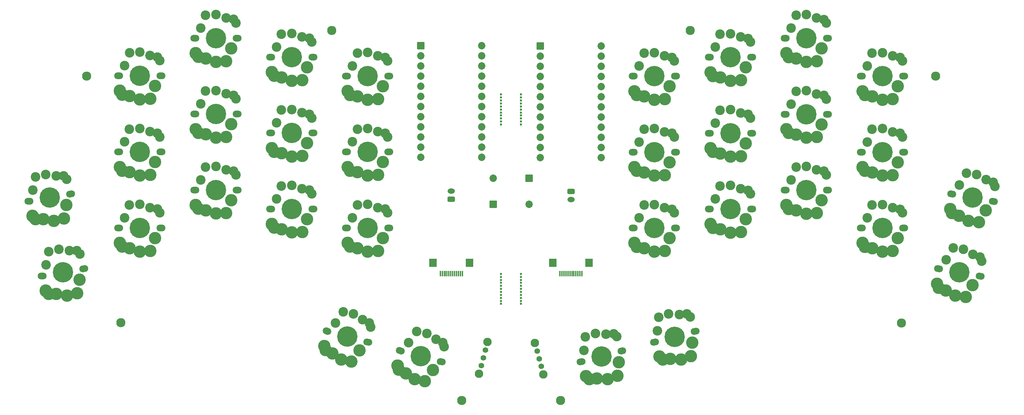
<source format=gbr>
%TF.GenerationSoftware,KiCad,Pcbnew,8.0.4*%
%TF.CreationDate,2024-11-04T14:23:45+01:00*%
%TF.ProjectId,Whiplaesh,57686970-6c61-4657-9368-2e6b69636164,0.1*%
%TF.SameCoordinates,Original*%
%TF.FileFunction,Soldermask,Top*%
%TF.FilePolarity,Negative*%
%FSLAX46Y46*%
G04 Gerber Fmt 4.6, Leading zero omitted, Abs format (unit mm)*
G04 Created by KiCad (PCBNEW 8.0.4) date 2024-11-04 14:23:45*
%MOMM*%
%LPD*%
G01*
G04 APERTURE LIST*
G04 Aperture macros list*
%AMRoundRect*
0 Rectangle with rounded corners*
0 $1 Rounding radius*
0 $2 $3 $4 $5 $6 $7 $8 $9 X,Y pos of 4 corners*
0 Add a 4 corners polygon primitive as box body*
4,1,4,$2,$3,$4,$5,$6,$7,$8,$9,$2,$3,0*
0 Add four circle primitives for the rounded corners*
1,1,$1+$1,$2,$3*
1,1,$1+$1,$4,$5*
1,1,$1+$1,$6,$7*
1,1,$1+$1,$8,$9*
0 Add four rect primitives between the rounded corners*
20,1,$1+$1,$2,$3,$4,$5,0*
20,1,$1+$1,$4,$5,$6,$7,0*
20,1,$1+$1,$6,$7,$8,$9,0*
20,1,$1+$1,$8,$9,$2,$3,0*%
G04 Aperture macros list end*
%ADD10C,1.801800*%
%ADD11C,3.100000*%
%ADD12C,4.087800*%
%ADD13C,5.100000*%
%ADD14C,2.400000*%
%ADD15C,0.600000*%
%ADD16RoundRect,0.050000X0.140000X0.625000X-0.140000X0.625000X-0.140000X-0.625000X0.140000X-0.625000X0*%
%ADD17RoundRect,0.050000X0.900000X1.000000X-0.900000X1.000000X-0.900000X-1.000000X0.900000X-1.000000X0*%
%ADD18RoundRect,0.050000X0.876300X-0.876300X0.876300X0.876300X-0.876300X0.876300X-0.876300X-0.876300X0*%
%ADD19C,1.852600*%
%ADD20C,2.300000*%
%ADD21RoundRect,0.050000X-0.876300X0.876300X-0.876300X-0.876300X0.876300X-0.876300X0.876300X0.876300X0*%
%ADD22C,1.420800*%
%ADD23C,2.106600*%
%ADD24RoundRect,0.270833X0.654167X-0.379167X0.654167X0.379167X-0.654167X0.379167X-0.654167X-0.379167X0*%
%ADD25O,1.850000X1.300000*%
%ADD26RoundRect,0.270833X-0.654167X0.379167X-0.654167X-0.379167X0.654167X-0.379167X0.654167X0.379167X0*%
G04 APERTURE END LIST*
D10*
%TO.C,SW1*%
X51772918Y-54464871D03*
X52192918Y-54464871D03*
D11*
X52272918Y-58214871D03*
X52272918Y-58264871D03*
X52872918Y-59164871D03*
X54732918Y-59544871D03*
D12*
X57272918Y-54464871D03*
D13*
X57272918Y-54464871D03*
D11*
X57272918Y-60364871D03*
X59872918Y-60214871D03*
X61082918Y-57004871D03*
D10*
X62352918Y-54464871D03*
X62772918Y-54464871D03*
D14*
X59812918Y-49384871D03*
X61672918Y-49764871D03*
X62272918Y-50664871D03*
X53462918Y-51924871D03*
X54672918Y-48714871D03*
X57272918Y-48564871D03*
%TD*%
D10*
%TO.C,SW14*%
X180466651Y-73570702D03*
X180886651Y-73570702D03*
D11*
X180966651Y-77320702D03*
X180966651Y-77370702D03*
X181566651Y-78270702D03*
X183426651Y-78650702D03*
D12*
X185966651Y-73570702D03*
D13*
X185966651Y-73570702D03*
D11*
X185966651Y-79470702D03*
X188566651Y-79320702D03*
X189776651Y-76110702D03*
D10*
X191046651Y-73570702D03*
X191466651Y-73570702D03*
D14*
X188506651Y-68490702D03*
X190366651Y-68870702D03*
X190966651Y-69770702D03*
X182156651Y-71030702D03*
X183366651Y-67820702D03*
X185966651Y-67670702D03*
%TD*%
D10*
%TO.C,SW30*%
X122204444Y-123245367D03*
X122610133Y-123354071D03*
D11*
X121716835Y-126996999D03*
X121703894Y-127045295D03*
X122050513Y-128069920D03*
X123748784Y-128918375D03*
D12*
X127517036Y-124668872D03*
D13*
X127517036Y-124668872D03*
D11*
X125990004Y-130367834D03*
X128540234Y-130895875D03*
X130539813Y-128108424D03*
D10*
X132423939Y-125983673D03*
X132829628Y-126092377D03*
D14*
X131285288Y-120419369D03*
X132983559Y-121267824D03*
X133330178Y-122292449D03*
X124494259Y-121229320D03*
X126493838Y-118441869D03*
X129044068Y-118969910D03*
%TD*%
D15*
%TO.C,mouse-bite-5mm-slot*%
X152600000Y-59149444D03*
X147600000Y-59149444D03*
X152600000Y-59899443D03*
X152600000Y-59899443D03*
X147600000Y-59899443D03*
X147600000Y-59899443D03*
X152600000Y-60649443D03*
X147600000Y-60649443D03*
X152600000Y-61399443D03*
X147600000Y-61399443D03*
X152600000Y-62149443D03*
X147600000Y-62149443D03*
X152600000Y-62899443D03*
X147600000Y-62899443D03*
X152600000Y-63649443D03*
X147600000Y-63649443D03*
X152600000Y-64399443D03*
X147600000Y-64399443D03*
X152600000Y-65149443D03*
X147600000Y-65149443D03*
X152600000Y-65899443D03*
X147600000Y-65899443D03*
X152600000Y-66649442D03*
X147600000Y-66649442D03*
%TD*%
D10*
%TO.C,SW8*%
X237466651Y-54570702D03*
X237886651Y-54570702D03*
D11*
X237966651Y-58320702D03*
X237966651Y-58370702D03*
X238566651Y-59270702D03*
X240426651Y-59650702D03*
D12*
X242966651Y-54570702D03*
D13*
X242966651Y-54570702D03*
D11*
X242966651Y-60470702D03*
X245566651Y-60320702D03*
X246776651Y-57110702D03*
D10*
X248046651Y-54570702D03*
X248466651Y-54570702D03*
D14*
X245506651Y-49490702D03*
X247366651Y-49870702D03*
X247966651Y-50770702D03*
X239156651Y-52030702D03*
X240366651Y-48820702D03*
X242966651Y-48670702D03*
%TD*%
D10*
%TO.C,SW28*%
X256812964Y-102729423D03*
X257226584Y-102802355D03*
D11*
X256654188Y-106509276D03*
X256645505Y-106558517D03*
X257080104Y-107549032D03*
X258845863Y-108246245D03*
D12*
X262229407Y-103684488D03*
D13*
X262229407Y-103684488D03*
D11*
X261204883Y-109494854D03*
X263791430Y-109798618D03*
X265540458Y-106847499D03*
D10*
X267232230Y-104566621D03*
X267645850Y-104639553D03*
D14*
X265612951Y-99122731D03*
X267378710Y-99819944D03*
X267813309Y-100810459D03*
X258918356Y-100521477D03*
X260667384Y-97570358D03*
X263253931Y-97874122D03*
%TD*%
D16*
%TO.C,VIK_OUT2*%
X167816651Y-104017444D03*
X167316651Y-104017444D03*
X166816650Y-104017444D03*
X166316651Y-104017444D03*
X165816651Y-104017445D03*
X165316651Y-104017444D03*
X164816651Y-104017444D03*
X164316651Y-104017445D03*
X163816651Y-104017444D03*
X163316652Y-104017444D03*
X162816651Y-104017444D03*
X162316651Y-104017444D03*
D17*
X160516651Y-101293444D03*
X169616651Y-101293444D03*
%TD*%
D10*
%TO.C,SW10*%
X51749569Y-73546129D03*
X52169569Y-73546129D03*
D11*
X52249569Y-77296129D03*
X52249569Y-77346129D03*
X52849569Y-78246129D03*
X54709569Y-78626129D03*
D12*
X57249569Y-73546129D03*
D13*
X57249569Y-73546129D03*
D11*
X57249569Y-79446129D03*
X59849569Y-79296129D03*
X61059569Y-76086129D03*
D10*
X62329569Y-73546129D03*
X62749569Y-73546129D03*
D14*
X59789569Y-68466129D03*
X61649569Y-68846129D03*
X62249569Y-69746129D03*
X53439569Y-71006129D03*
X54649569Y-67796129D03*
X57249569Y-67646129D03*
%TD*%
D10*
%TO.C,SW32*%
X185739183Y-121199389D03*
X186144872Y-121090685D03*
D11*
X187192717Y-124692201D03*
X187205658Y-124740497D03*
X188018151Y-125454539D03*
X189913124Y-125340188D03*
D12*
X191051775Y-119775884D03*
D13*
X191051775Y-119775884D03*
D11*
X192578807Y-125474846D03*
X195051392Y-124657028D03*
X195389353Y-121243235D03*
D10*
X195958678Y-118461083D03*
X196364367Y-118352379D03*
D14*
X192190426Y-114211580D03*
X194085399Y-114097229D03*
X194897892Y-114811271D03*
X186714197Y-118308533D03*
X187052158Y-114894740D03*
X189524743Y-114076922D03*
%TD*%
D10*
%TO.C,SW17*%
X237466651Y-73570702D03*
X237886651Y-73570702D03*
D11*
X237966651Y-77320702D03*
X237966651Y-77370702D03*
X238566651Y-78270702D03*
X240426651Y-78650702D03*
D12*
X242966651Y-73570702D03*
D13*
X242966651Y-73570702D03*
D11*
X242966651Y-79470702D03*
X245566651Y-79320702D03*
X246776651Y-76110702D03*
D10*
X248046651Y-73570702D03*
X248466651Y-73570702D03*
D14*
X245506651Y-68490702D03*
X247366651Y-68870702D03*
X247966651Y-69770702D03*
X239156651Y-71030702D03*
X240366651Y-67820702D03*
X242966651Y-67670702D03*
%TD*%
D10*
%TO.C,SW9*%
X29271055Y-85903633D03*
X29684675Y-85830701D03*
D11*
X30414640Y-89509838D03*
X30423322Y-89559078D03*
X31170490Y-90341216D03*
X33068219Y-90392458D03*
D12*
X34687498Y-84948568D03*
D13*
X34687498Y-84948568D03*
D11*
X35712022Y-90758934D03*
X38246475Y-90159727D03*
X38880682Y-86788380D03*
D10*
X39690321Y-84066435D03*
X40103941Y-83993503D03*
D14*
X36306777Y-79504678D03*
X38204506Y-79555920D03*
X38951674Y-80338058D03*
X30494314Y-83108756D03*
X31128521Y-79737409D03*
X33662974Y-79138202D03*
%TD*%
D18*
%TO.C,RST1*%
X145599569Y-86599445D03*
D19*
X145599569Y-80099444D03*
%TD*%
D20*
%TO.C,H5*%
X256266651Y-54570702D03*
%TD*%
D10*
%TO.C,SW5*%
X180466651Y-54570702D03*
X180886651Y-54570702D03*
D11*
X180966651Y-58320702D03*
X180966651Y-58370702D03*
X181566651Y-59270702D03*
X183426651Y-59650702D03*
D12*
X185966651Y-54570702D03*
D13*
X185966651Y-54570702D03*
D11*
X185966651Y-60470702D03*
X188566651Y-60320702D03*
X189776651Y-57110702D03*
D10*
X191046651Y-54570702D03*
X191466651Y-54570702D03*
D14*
X188506651Y-49490702D03*
X190366651Y-49870702D03*
X190966651Y-50770702D03*
X182156651Y-52030702D03*
X183366651Y-48820702D03*
X185966651Y-48670702D03*
%TD*%
D21*
%TO.C,RST2*%
X154600000Y-80099443D03*
D19*
X154600000Y-86599444D03*
%TD*%
D10*
%TO.C,SW4*%
X108749569Y-54546129D03*
X109169569Y-54546129D03*
D11*
X109249569Y-58296129D03*
X109249569Y-58346129D03*
X109849569Y-59246129D03*
X111709569Y-59626129D03*
D12*
X114249569Y-54546129D03*
D13*
X114249569Y-54546129D03*
D11*
X114249569Y-60446129D03*
X116849569Y-60296129D03*
X118059569Y-57086129D03*
D10*
X119329569Y-54546129D03*
X119749569Y-54546129D03*
D14*
X116789569Y-49466129D03*
X118649569Y-49846129D03*
X119249569Y-50746129D03*
X110439569Y-52006129D03*
X111649569Y-48796129D03*
X114249569Y-48646129D03*
%TD*%
D10*
%TO.C,SW24*%
X180466651Y-92570702D03*
X180886651Y-92570702D03*
D11*
X180966651Y-96320702D03*
X180966651Y-96370702D03*
X181566651Y-97270702D03*
X183426651Y-97650702D03*
D12*
X185966651Y-92570702D03*
D13*
X185966651Y-92570702D03*
D11*
X185966651Y-98470702D03*
X188566651Y-98320702D03*
X189776651Y-95110702D03*
D10*
X191046651Y-92570702D03*
X191466651Y-92570702D03*
D14*
X188506651Y-87490702D03*
X190366651Y-87870702D03*
X190966651Y-88770702D03*
X182156651Y-90030702D03*
X183366651Y-86820702D03*
X185966651Y-86670702D03*
%TD*%
D10*
%TO.C,SW16*%
X218466651Y-64070702D03*
X218886651Y-64070702D03*
D11*
X218966651Y-67820702D03*
X218966651Y-67870702D03*
X219566651Y-68770702D03*
X221426651Y-69150702D03*
D12*
X223966651Y-64070702D03*
D13*
X223966651Y-64070702D03*
D11*
X223966651Y-69970702D03*
X226566651Y-69820702D03*
X227776651Y-66610702D03*
D10*
X229046651Y-64070702D03*
X229466651Y-64070702D03*
D14*
X226506651Y-58990702D03*
X228366651Y-59370702D03*
X228966651Y-60270702D03*
X220156651Y-61530702D03*
X221366651Y-58320702D03*
X223966651Y-58170702D03*
%TD*%
D10*
%TO.C,SW25*%
X199466651Y-87820702D03*
X199886651Y-87820702D03*
D11*
X199966651Y-91570702D03*
X199966651Y-91620702D03*
X200566651Y-92520702D03*
X202426651Y-92900702D03*
D12*
X204966651Y-87820702D03*
D13*
X204966651Y-87820702D03*
D11*
X204966651Y-93720702D03*
X207566651Y-93570702D03*
X208776651Y-90360702D03*
D10*
X210046651Y-87820702D03*
X210466651Y-87820702D03*
D14*
X207506651Y-82740702D03*
X209366651Y-83120702D03*
X209966651Y-84020702D03*
X201156651Y-85280702D03*
X202366651Y-82070702D03*
X204966651Y-81920702D03*
%TD*%
D10*
%TO.C,SW2*%
X70749569Y-45046129D03*
X71169569Y-45046129D03*
D11*
X71249569Y-48796129D03*
X71249569Y-48846129D03*
X71849569Y-49746129D03*
X73709569Y-50126129D03*
D12*
X76249569Y-45046129D03*
D13*
X76249569Y-45046129D03*
D11*
X76249569Y-50946129D03*
X78849569Y-50796129D03*
X80059569Y-47586129D03*
D10*
X81329569Y-45046129D03*
X81749569Y-45046129D03*
D14*
X78789569Y-39966129D03*
X80649569Y-40346129D03*
X81249569Y-41246129D03*
X72439569Y-42506129D03*
X73649569Y-39296129D03*
X76249569Y-39146129D03*
%TD*%
D10*
%TO.C,SW7*%
X218466651Y-45070702D03*
X218886651Y-45070702D03*
D11*
X218966651Y-48820702D03*
X218966651Y-48870702D03*
X219566651Y-49770702D03*
X221426651Y-50150702D03*
D12*
X223966651Y-45070702D03*
D13*
X223966651Y-45070702D03*
D11*
X223966651Y-50970702D03*
X226566651Y-50820702D03*
X227776651Y-47610702D03*
D10*
X229046651Y-45070702D03*
X229466651Y-45070702D03*
D14*
X226506651Y-39990702D03*
X228366651Y-40370702D03*
X228966651Y-41270702D03*
X220156651Y-42530702D03*
X221366651Y-39320702D03*
X223966651Y-39170702D03*
%TD*%
D20*
%TO.C,H4*%
X52499569Y-116296129D03*
%TD*%
D21*
%TO.C,MCU2*%
X157430000Y-46980000D03*
D19*
X157430000Y-49520000D03*
X157430000Y-52060000D03*
X157430000Y-54600000D03*
X157430000Y-57140000D03*
X157430000Y-59680000D03*
X157430000Y-62220000D03*
X157430000Y-64760000D03*
X157430000Y-67300000D03*
X157430000Y-69840000D03*
X157430000Y-72380000D03*
X157430000Y-74920000D03*
X172670000Y-74920000D03*
X172670000Y-72380000D03*
X172670000Y-69840000D03*
X172670000Y-67300000D03*
X172670000Y-64760000D03*
X172670000Y-62220000D03*
X172670000Y-59680000D03*
X172670000Y-57140000D03*
X172670000Y-54600000D03*
X172670000Y-52060000D03*
X172670000Y-49520000D03*
X172670000Y-46980000D03*
%TD*%
D10*
%TO.C,SW19*%
X32570371Y-104614980D03*
X32983991Y-104542048D03*
D11*
X33713956Y-108221185D03*
X33722638Y-108270425D03*
X34469806Y-109052563D03*
X36367535Y-109103805D03*
D12*
X37986814Y-103659915D03*
D13*
X37986814Y-103659915D03*
D11*
X39011338Y-109470281D03*
X41545791Y-108871074D03*
X42179998Y-105499727D03*
D10*
X42989637Y-102777782D03*
X43403257Y-102704850D03*
D14*
X39606093Y-98216025D03*
X41503822Y-98267267D03*
X42250990Y-99049405D03*
X33793630Y-101820103D03*
X34427837Y-98448756D03*
X36962290Y-97849549D03*
%TD*%
D10*
%TO.C,SW3*%
X89749570Y-49796129D03*
X90169570Y-49796129D03*
D11*
X90249570Y-53546129D03*
X90249570Y-53596129D03*
X90849570Y-54496129D03*
X92709570Y-54876129D03*
D12*
X95249570Y-49796129D03*
D13*
X95249570Y-49796129D03*
D11*
X95249570Y-55696129D03*
X97849570Y-55546129D03*
X99059570Y-52336129D03*
D10*
X100329570Y-49796129D03*
X100749570Y-49796129D03*
D14*
X97789570Y-44716129D03*
X99649570Y-45096129D03*
X100249570Y-45996129D03*
X91439570Y-47256129D03*
X92649570Y-44046129D03*
X95249570Y-43896129D03*
%TD*%
D20*
%TO.C,H6*%
X194940000Y-43130000D03*
%TD*%
D10*
%TO.C,SW21*%
X70749569Y-83046129D03*
X71169569Y-83046129D03*
D11*
X71249569Y-86796129D03*
X71249569Y-86846129D03*
X71849569Y-87746129D03*
X73709569Y-88126129D03*
D12*
X76249569Y-83046129D03*
D13*
X76249569Y-83046129D03*
D11*
X76249569Y-88946129D03*
X78849569Y-88796129D03*
X80059569Y-85586129D03*
D10*
X81329569Y-83046129D03*
X81749569Y-83046129D03*
D14*
X78789569Y-77966129D03*
X80649569Y-78346129D03*
X81249569Y-79246129D03*
X72439569Y-80506129D03*
X73649569Y-77296129D03*
X76249569Y-77146129D03*
%TD*%
D10*
%TO.C,SW29*%
X103851854Y-118327806D03*
X104257543Y-118436510D03*
D11*
X103364245Y-122079438D03*
X103351304Y-122127734D03*
X103697923Y-123152359D03*
X105396194Y-124000814D03*
D12*
X109164446Y-119751311D03*
D13*
X109164446Y-119751311D03*
D11*
X107637414Y-125450273D03*
X110187644Y-125978314D03*
X112187223Y-123190863D03*
D10*
X114071349Y-121066112D03*
X114477038Y-121174816D03*
D14*
X112932698Y-115501808D03*
X114630969Y-116350263D03*
X114977588Y-117374888D03*
X106141669Y-116311759D03*
X108141248Y-113524308D03*
X110691478Y-114052349D03*
%TD*%
D20*
%TO.C,H1*%
X43949569Y-54546129D03*
%TD*%
D10*
%TO.C,SW26*%
X218466651Y-83070702D03*
X218886651Y-83070702D03*
D11*
X218966651Y-86820702D03*
X218966651Y-86870702D03*
X219566651Y-87770702D03*
X221426651Y-88150702D03*
D12*
X223966651Y-83070702D03*
D13*
X223966651Y-83070702D03*
D11*
X223966651Y-88970702D03*
X226566651Y-88820702D03*
X227776651Y-85610702D03*
D10*
X229046651Y-83070702D03*
X229466651Y-83070702D03*
D14*
X226506651Y-77990702D03*
X228366651Y-78370702D03*
X228966651Y-79270702D03*
X220156651Y-80530702D03*
X221366651Y-77320702D03*
X223966651Y-77170702D03*
%TD*%
D20*
%TO.C,H8*%
X247716651Y-116320702D03*
%TD*%
D10*
%TO.C,SW23*%
X108749569Y-92546129D03*
X109169569Y-92546129D03*
D11*
X109249569Y-96296129D03*
X109249569Y-96346129D03*
X109849569Y-97246129D03*
X111709569Y-97626129D03*
D12*
X114249569Y-92546129D03*
D13*
X114249569Y-92546129D03*
D11*
X114249569Y-98446129D03*
X116849569Y-98296129D03*
X118059569Y-95086129D03*
D10*
X119329569Y-92546129D03*
X119749569Y-92546129D03*
D14*
X116789569Y-87466129D03*
X118649569Y-87846129D03*
X119249569Y-88746129D03*
X110439569Y-90006129D03*
X111649569Y-86796129D03*
X114249569Y-86646129D03*
%TD*%
D10*
%TO.C,SW20*%
X51749569Y-92546129D03*
X52169569Y-92546129D03*
D11*
X52249569Y-96296129D03*
X52249569Y-96346129D03*
X52849569Y-97246129D03*
X54709569Y-97626129D03*
D12*
X57249569Y-92546129D03*
D13*
X57249569Y-92546129D03*
D11*
X57249569Y-98446129D03*
X59849569Y-98296129D03*
X61059569Y-95086129D03*
D10*
X62329569Y-92546129D03*
X62749569Y-92546129D03*
D14*
X59789569Y-87466129D03*
X61649569Y-87846129D03*
X62249569Y-88746129D03*
X53439569Y-90006129D03*
X54649569Y-86796129D03*
X57249569Y-86646129D03*
%TD*%
D10*
%TO.C,SW27*%
X237466651Y-92570702D03*
X237886651Y-92570702D03*
D11*
X237966651Y-96320702D03*
X237966651Y-96370702D03*
X238566651Y-97270702D03*
X240426651Y-97650702D03*
D12*
X242966651Y-92570702D03*
D13*
X242966651Y-92570702D03*
D11*
X242966651Y-98470702D03*
X245566651Y-98320702D03*
X246776651Y-95110702D03*
D10*
X248046651Y-92570702D03*
X248466651Y-92570702D03*
D14*
X245506651Y-87490702D03*
X247366651Y-87870702D03*
X247966651Y-88770702D03*
X239156651Y-90030702D03*
X240366651Y-86820702D03*
X242966651Y-86670702D03*
%TD*%
D16*
%TO.C,VIK_OUT1*%
X137899569Y-103992872D03*
X137399569Y-103992871D03*
X136899568Y-103992871D03*
X136399569Y-103992871D03*
X135899569Y-103992872D03*
X135399569Y-103992871D03*
X134899569Y-103992870D03*
X134399569Y-103992872D03*
X133899569Y-103992871D03*
X133399570Y-103992871D03*
X132899569Y-103992871D03*
X132399569Y-103992871D03*
D17*
X130599569Y-101268871D03*
X139699569Y-101268871D03*
%TD*%
D10*
%TO.C,SW13*%
X108749569Y-73546129D03*
X109169569Y-73546129D03*
D11*
X109249569Y-77296129D03*
X109249569Y-77346129D03*
X109849569Y-78246129D03*
X111709569Y-78626129D03*
D12*
X114249569Y-73546129D03*
D13*
X114249569Y-73546129D03*
D11*
X114249569Y-79446129D03*
X116849569Y-79296129D03*
X118059569Y-76086129D03*
D10*
X119329569Y-73546129D03*
X119749569Y-73546129D03*
D14*
X116789569Y-68466129D03*
X118649569Y-68846129D03*
X119249569Y-69746129D03*
X110439569Y-71006129D03*
X111649569Y-67796129D03*
X114249569Y-67646129D03*
%TD*%
D20*
%TO.C,H7*%
X162450000Y-135750000D03*
%TD*%
D10*
%TO.C,SW22*%
X89749569Y-87796129D03*
X90169569Y-87796129D03*
D11*
X90249569Y-91546129D03*
X90249569Y-91596129D03*
X90849569Y-92496129D03*
X92709569Y-92876129D03*
D12*
X95249569Y-87796129D03*
D13*
X95249569Y-87796129D03*
D11*
X95249569Y-93696129D03*
X97849569Y-93546129D03*
X99059569Y-90336129D03*
D10*
X100329569Y-87796129D03*
X100749569Y-87796129D03*
D14*
X97789569Y-82716129D03*
X99649569Y-83096129D03*
X100249569Y-83996129D03*
X91439569Y-85256129D03*
X92649569Y-82046129D03*
X95249569Y-81896129D03*
%TD*%
D10*
%TO.C,SW11*%
X70749569Y-64046129D03*
X71169569Y-64046129D03*
D11*
X71249569Y-67796129D03*
X71249569Y-67846129D03*
X71849569Y-68746129D03*
X73709569Y-69126129D03*
D12*
X76249569Y-64046129D03*
D13*
X76249569Y-64046129D03*
D11*
X76249569Y-69946129D03*
X78849569Y-69796129D03*
X80059569Y-66586129D03*
D10*
X81329569Y-64046129D03*
X81749569Y-64046129D03*
D14*
X78789569Y-58966129D03*
X80649569Y-59346129D03*
X81249569Y-60246129D03*
X72439569Y-61506129D03*
X73649569Y-58296129D03*
X76249569Y-58146129D03*
%TD*%
D22*
%TO.C,PWR2*%
X156600000Y-123349444D03*
X157117638Y-125281296D03*
X157635276Y-127213148D03*
D23*
X156056480Y-121321001D03*
X158178796Y-129241591D03*
%TD*%
D20*
%TO.C,H2*%
X105280000Y-43120000D03*
%TD*%
D15*
%TO.C,mouse-bite-5mm-slot*%
X152601847Y-104053361D03*
X147601847Y-104053361D03*
X152601847Y-104803360D03*
X152601847Y-104803360D03*
X147601847Y-104803360D03*
X147601847Y-104803360D03*
X152601847Y-105553360D03*
X147601847Y-105553360D03*
X152601847Y-106303360D03*
X147601847Y-106303360D03*
X152601847Y-107053360D03*
X147601847Y-107053360D03*
X152601847Y-107803360D03*
X147601847Y-107803360D03*
X152601847Y-108553360D03*
X147601847Y-108553360D03*
X152601847Y-109303360D03*
X147601847Y-109303360D03*
X152601847Y-110053360D03*
X147601847Y-110053360D03*
X152601847Y-110803360D03*
X147601847Y-110803360D03*
X152601847Y-111553359D03*
X147601847Y-111553359D03*
%TD*%
D10*
%TO.C,SW12*%
X89749570Y-68796129D03*
X90169570Y-68796129D03*
D11*
X90249570Y-72546129D03*
X90249570Y-72596129D03*
X90849570Y-73496129D03*
X92709570Y-73876129D03*
D12*
X95249570Y-68796129D03*
D13*
X95249570Y-68796129D03*
D11*
X95249570Y-74696129D03*
X97849570Y-74546129D03*
X99059570Y-71336129D03*
D10*
X100329570Y-68796129D03*
X100749570Y-68796129D03*
D14*
X97789570Y-63716129D03*
X99649570Y-64096129D03*
X100249570Y-64996129D03*
X91439570Y-66256129D03*
X92649570Y-63046129D03*
X95249570Y-62896129D03*
%TD*%
D10*
%TO.C,SW18*%
X260112280Y-84018076D03*
X260525900Y-84091008D03*
D11*
X259953504Y-87797929D03*
X259944821Y-87847170D03*
X260379420Y-88837685D03*
X262145179Y-89534898D03*
D12*
X265528723Y-84973141D03*
D13*
X265528723Y-84973141D03*
D11*
X264504199Y-90783507D03*
X267090746Y-91087271D03*
X268839774Y-88136152D03*
D10*
X270531546Y-85855274D03*
X270945166Y-85928206D03*
D14*
X268912267Y-80411384D03*
X270678026Y-81108597D03*
X271112625Y-82099112D03*
X262217672Y-81810130D03*
X263966700Y-78859011D03*
X266553247Y-79162775D03*
%TD*%
D10*
%TO.C,SW31*%
X167386592Y-126116950D03*
X167792281Y-126008246D03*
D11*
X168840126Y-129609762D03*
X168853067Y-129658058D03*
X169665560Y-130372100D03*
X171560533Y-130257749D03*
D12*
X172699184Y-124693445D03*
D13*
X172699184Y-124693445D03*
D11*
X174226216Y-130392407D03*
X176698801Y-129574589D03*
X177036762Y-126160796D03*
D10*
X177606087Y-123378644D03*
X178011776Y-123269940D03*
D14*
X173837835Y-119129141D03*
X175732808Y-119014790D03*
X176545301Y-119728832D03*
X168361606Y-123226094D03*
X168699567Y-119812301D03*
X171172152Y-118994483D03*
%TD*%
D10*
%TO.C,SW6*%
X199466651Y-49820702D03*
X199886651Y-49820702D03*
D11*
X199966651Y-53570702D03*
X199966651Y-53620702D03*
X200566651Y-54520702D03*
X202426651Y-54900702D03*
D12*
X204966651Y-49820702D03*
D13*
X204966651Y-49820702D03*
D11*
X204966651Y-55720702D03*
X207566651Y-55570702D03*
X208776651Y-52360702D03*
D10*
X210046651Y-49820702D03*
X210466651Y-49820702D03*
D14*
X207506651Y-44740702D03*
X209366651Y-45120702D03*
X209966651Y-46020702D03*
X201156651Y-47280702D03*
X202366651Y-44070702D03*
X204966651Y-43920702D03*
%TD*%
D10*
%TO.C,SW15*%
X199466651Y-68820702D03*
X199886651Y-68820702D03*
D11*
X199966651Y-72570702D03*
X199966651Y-72620702D03*
X200566651Y-73520702D03*
X202426651Y-73900702D03*
D12*
X204966651Y-68820702D03*
D13*
X204966651Y-68820702D03*
D11*
X204966651Y-74720702D03*
X207566651Y-74570702D03*
X208776651Y-71360702D03*
D10*
X210046651Y-68820702D03*
X210466651Y-68820702D03*
D14*
X207506651Y-63740702D03*
X209366651Y-64120702D03*
X209966651Y-65020702D03*
X201156651Y-66280702D03*
X202366651Y-63070702D03*
X204966651Y-62920702D03*
%TD*%
D20*
%TO.C,H3*%
X137750000Y-135750000D03*
%TD*%
D21*
%TO.C,MCU1*%
X127480000Y-46930000D03*
D19*
X127480000Y-49470000D03*
X127480000Y-52010000D03*
X127480000Y-54550000D03*
X127480000Y-57090000D03*
X127480000Y-59630000D03*
X127480000Y-62170000D03*
X127480000Y-64710000D03*
X127480000Y-67250000D03*
X127480000Y-69790000D03*
X127480000Y-72330000D03*
X127480000Y-74870000D03*
X142720000Y-74870000D03*
X142720000Y-72330000D03*
X142720000Y-69790000D03*
X142720000Y-67250000D03*
X142720000Y-64710000D03*
X142720000Y-62170000D03*
X142720000Y-59630000D03*
X142720000Y-57090000D03*
X142720000Y-54550000D03*
X142720000Y-52010000D03*
X142720000Y-49470000D03*
X142720000Y-46930000D03*
%TD*%
D22*
%TO.C,PWR1*%
X142647642Y-127017018D03*
X143165280Y-125085166D03*
X143682918Y-123153314D03*
D23*
X142104122Y-129045461D03*
X144226438Y-121124871D03*
%TD*%
D24*
%TO.C,JST1*%
X135100000Y-85349444D03*
D25*
X135100000Y-83349444D03*
%TD*%
%TO.C,JST2*%
X165130000Y-85400000D03*
D26*
X165130000Y-83400000D03*
%TD*%
M02*

</source>
